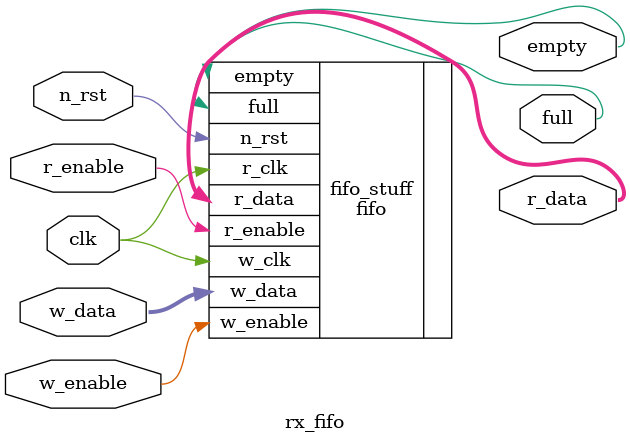
<source format=sv>
module rx_fifo (
input wire clk, 
input wire n_rst,
input wire r_enable,
input wire w_enable,
input wire [7:0]w_data,
output wire [7:0]r_data,
output wire empty,
output wire full);

fifo fifo_stuff (.r_clk(clk), .w_clk(clk), .n_rst(n_rst), .r_enable(r_enable), .w_enable(w_enable), .w_data(w_data), .r_data(r_data), .empty(empty), .full(full));
endmodule
</source>
